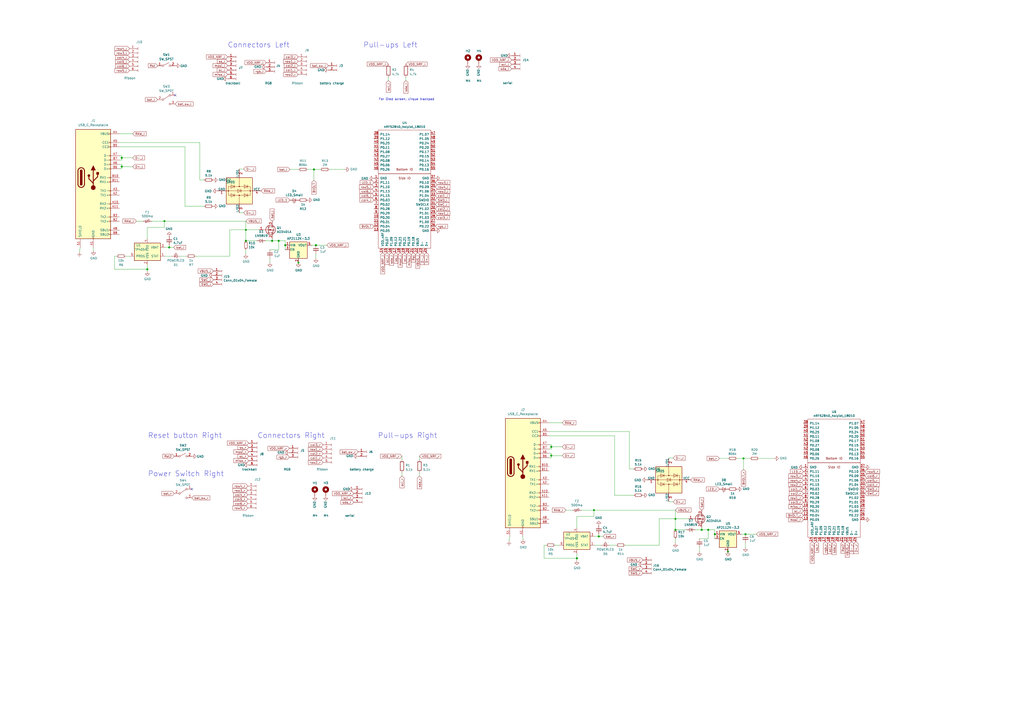
<source format=kicad_sch>
(kicad_sch (version 20211123) (generator eeschema)
  (paper "A2")
  (title_block (title "Holyiot Carrier") (date "2022-02-13") (rev "0.1") (company "BastardKB x Tokas") (comment 1 "Licensed under CERN-OHL-W v2"))
  (junction (at 432.435 309.88) (diameter 1.016))
  (junction (at 157.861 139.7) (diameter 1.016))
  (junction (at 182.118 98.298) (diameter 1.016))
  (junction (at 98.171 143.51) (diameter 1.016))
  (junction (at 391.795 300.99))
  (junction (at 173.101 152.4))
  (junction (at 183.261 142.24) (diameter 1.016))
  (junction (at 334.645 323.85) (diameter 1.016))
  (junction (at 142.621 133.35))
  (junction (at 319.786 259.207) (diameter 1.016))
  (junction (at 407.035 307.34) (diameter 1.016))
  (junction (at 95.377 128.27))
  (junction (at 347.345 311.15) (diameter 1.016))
  (junction (at 70.612 91.567) (diameter 1.016))
  (junction (at 319.786 264.287) (diameter 1.016))
  (junction (at 344.551 295.91))
  (junction (at 410.845 307.34) (diameter 1.016))
  (junction (at 165.481 142.24) (diameter 1.016))
  (junction (at 85.471 156.21) (diameter 1.016))
  (junction (at 161.671 139.7) (diameter 1.016))
  (junction (at 431.292 265.938) (diameter 1.016))
  (junction (at 422.275 320.04))
  (junction (at 391.795 307.34) (diameter 1.016))
  (junction (at 70.612 96.647) (diameter 1.016))
  (junction (at 142.621 139.7) (diameter 1.016))
  (junction (at 414.655 309.88) (diameter 1.016))
  (no_connect (at 111.252 283.718))
  (no_connect (at 101.6 55.245))
  (wire (pts (xy 337.185 295.91) (xy 344.551 295.91)))
  (wire (pts (xy 319.786 259.207) (xy 326.136 259.207)))
  (wire (pts (xy 182.118 98.298) (xy 182.118 104.648)))
  (wire (pts (xy 142.621 128.27) (xy 142.621 133.35)))
  (wire (pts (xy 79.121 128.27) (xy 82.931 128.27)))
  (wire (pts (xy 173.101 149.733) (xy 173.101 152.4)))
  (wire (pts (xy 407.035 306.07) (xy 407.035 307.34)))
  (wire (pts (xy 414.655 307.34) (xy 414.655 309.88)))
  (wire (pts (xy 156.591 149.86) (xy 156.591 152.4)))
  (wire (pts (xy 315.595 323.85) (xy 334.645 323.85)))
  (wire (pts (xy 391.795 300.99) (xy 391.795 307.34)))
  (wire (pts (xy 295.656 311.277) (xy 295.275 313.944)))
  (wire (pts (xy 133.223 133.35) (xy 142.621 133.35)))
  (wire (pts (xy 70.612 96.647) (xy 76.962 96.647)))
  (wire (pts (xy 410.845 312.42) (xy 410.845 307.34)))
  (wire (pts (xy 391.795 295.91) (xy 391.795 300.99)))
  (wire (pts (xy 382.397 300.99) (xy 391.795 300.99)))
  (wire (pts (xy 133.223 148.59) (xy 133.223 133.35)))
  (wire (pts (xy 173.101 152.4) (xy 173.101 152.654)))
  (wire (pts (xy 66.421 148.59) (xy 66.421 156.21)))
  (wire (pts (xy 431.292 265.938) (xy 431.292 272.288)))
  (wire (pts (xy 70.612 91.567) (xy 70.612 92.837)))
  (wire (pts (xy 318.516 250.317) (xy 365.125 250.317)))
  (wire (pts (xy 67.691 148.59) (xy 66.421 148.59)))
  (wire (pts (xy 161.671 139.7) (xy 165.481 139.7)))
  (wire (pts (xy 69.342 95.377) (xy 70.612 95.377)))
  (wire (pts (xy 70.612 91.567) (xy 76.962 91.567)))
  (wire (pts (xy 344.805 311.15) (xy 347.345 311.15)))
  (wire (pts (xy 70.612 90.297) (xy 70.612 91.567)))
  (wire (pts (xy 70.612 96.647) (xy 70.612 97.917)))
  (wire (pts (xy 318.516 263.017) (xy 319.786 263.017)))
  (wire (pts (xy 69.342 90.297) (xy 70.612 90.297)))
  (wire (pts (xy 315.595 316.23) (xy 315.595 323.85)))
  (wire (pts (xy 156.591 144.78) (xy 161.671 144.78)))
  (wire (pts (xy 387.985 291.084) (xy 390.525 291.084)))
  (wire (pts (xy 233.172 274.193) (xy 233.172 276.098)))
  (wire (pts (xy 319.786 260.477) (xy 318.516 260.477)))
  (wire (pts (xy 72.771 148.59) (xy 75.311 148.59)))
  (wire (pts (xy 344.551 295.91) (xy 391.795 295.91)))
  (wire (pts (xy 319.786 264.287) (xy 319.786 265.557)))
  (wire (pts (xy 161.671 144.78) (xy 161.671 139.7)))
  (wire (pts (xy 70.612 95.377) (xy 70.612 96.647)))
  (wire (pts (xy 113.411 148.59) (xy 133.223 148.59)))
  (wire (pts (xy 382.397 316.23) (xy 382.397 300.99)))
  (wire (pts (xy 104.521 148.59) (xy 108.331 148.59)))
  (wire (pts (xy 54.102 143.637) (xy 54.229 145.415)))
  (wire (pts (xy 432.435 314.96) (xy 432.435 317.5)))
  (wire (pts (xy 165.481 139.7) (xy 165.481 142.24)))
  (wire (pts (xy 157.861 139.7) (xy 161.671 139.7)))
  (wire (pts (xy 319.786 265.557) (xy 318.516 265.557)))
  (wire (pts (xy 154.051 139.7) (xy 157.861 139.7)))
  (wire (pts (xy 85.471 131.953) (xy 95.377 131.953)))
  (wire (pts (xy 107.315 119.634) (xy 107.315 85.217)))
  (wire (pts (xy 183.261 147.32) (xy 183.261 149.86)))
  (wire (pts (xy 410.845 307.34) (xy 414.655 307.34)))
  (wire (pts (xy 319.786 263.017) (xy 319.786 264.287)))
  (wire (pts (xy 356.489 287.274) (xy 367.665 287.274)))
  (wire (pts (xy 98.171 142.24) (xy 98.171 143.51)))
  (wire (pts (xy 70.612 92.837) (xy 69.342 92.837)))
  (wire (pts (xy 365.125 272.034) (xy 365.125 250.317)))
  (wire (pts (xy 334.645 321.31) (xy 334.645 323.85)))
  (wire (pts (xy 233.172 264.668) (xy 233.172 266.573)))
  (wire (pts (xy 347.345 311.15) (xy 349.885 311.15)))
  (wire (pts (xy 98.171 143.51) (xy 100.711 143.51)))
  (wire (pts (xy 182.118 98.298) (xy 185.928 98.298)))
  (wire (pts (xy 429.895 309.88) (xy 432.435 309.88)))
  (wire (pts (xy 344.805 316.23) (xy 348.615 316.23)))
  (wire (pts (xy 69.342 82.677) (xy 115.951 82.677)))
  (wire (pts (xy 243.332 274.193) (xy 243.332 276.098)))
  (wire (pts (xy 356.489 287.274) (xy 356.489 252.857)))
  (wire (pts (xy 225.298 44.831) (xy 225.298 46.736)))
  (wire (pts (xy 422.275 317.373) (xy 422.275 320.04)))
  (wire (pts (xy 432.435 309.88) (xy 438.785 309.88)))
  (wire (pts (xy 318.516 252.857) (xy 356.489 252.857)))
  (wire (pts (xy 178.308 98.298) (xy 182.118 98.298)))
  (wire (pts (xy 353.695 316.23) (xy 357.505 316.23)))
  (wire (pts (xy 66.421 156.21) (xy 85.471 156.21)))
  (wire (pts (xy 157.861 138.43) (xy 157.861 139.7)))
  (wire (pts (xy 319.786 257.937) (xy 319.786 259.207)))
  (wire (pts (xy 321.945 316.23) (xy 324.485 316.23)))
  (wire (pts (xy 142.621 133.35) (xy 142.621 139.7)))
  (wire (pts (xy 142.621 144.78) (xy 142.621 147.32)))
  (wire (pts (xy 365.125 272.034) (xy 367.665 272.034)))
  (wire (pts (xy 76.962 77.597) (xy 69.342 77.597)))
  (wire (pts (xy 334.645 299.593) (xy 344.551 299.593)))
  (wire (pts (xy 407.035 307.34) (xy 410.845 307.34)))
  (wire (pts (xy 387.985 265.684) (xy 390.525 265.684)))
  (wire (pts (xy 95.631 143.51) (xy 98.171 143.51)))
  (wire (pts (xy 328.295 295.91) (xy 332.105 295.91)))
  (wire (pts (xy 440.182 265.938) (xy 449.072 265.938)))
  (wire (pts (xy 427.482 265.938) (xy 431.292 265.938)))
  (wire (pts (xy 88.011 128.27) (xy 95.377 128.27)))
  (wire (pts (xy 69.342 85.217) (xy 107.315 85.217)))
  (wire (pts (xy 85.471 153.67) (xy 85.471 156.21)))
  (wire (pts (xy 318.516 257.937) (xy 319.786 257.937)))
  (wire (pts (xy 316.865 316.23) (xy 315.595 316.23)))
  (wire (pts (xy 334.645 306.07) (xy 334.645 299.593)))
  (wire (pts (xy 115.951 104.394) (xy 115.951 82.677)))
  (wire (pts (xy 183.261 142.24) (xy 189.611 142.24)))
  (wire (pts (xy 403.225 307.34) (xy 407.035 307.34)))
  (wire (pts (xy 85.471 138.43) (xy 85.471 131.953)))
  (wire (pts (xy 180.721 142.24) (xy 183.261 142.24)))
  (wire (pts (xy 85.471 156.21) (xy 85.471 157.48)))
  (wire (pts (xy 142.621 139.7) (xy 148.971 139.7)))
  (wire (pts (xy 243.332 264.668) (xy 243.332 266.573)))
  (wire (pts (xy 391.795 312.42) (xy 391.795 314.96)))
  (wire (pts (xy 235.458 44.831) (xy 235.458 46.736)))
  (wire (pts (xy 70.612 97.917) (xy 69.342 97.917)))
  (wire (pts (xy 334.645 323.85) (xy 334.645 325.12)))
  (wire (pts (xy 95.631 148.59) (xy 99.441 148.59)))
  (wire (pts (xy 417.322 265.938) (xy 422.402 265.938)))
  (wire (pts (xy 303.276 311.277) (xy 303.403 313.055)))
  (wire (pts (xy 138.811 98.044) (xy 141.351 98.044)))
  (wire (pts (xy 191.008 98.298) (xy 199.898 98.298)))
  (wire (pts (xy 391.795 300.99) (xy 399.415 300.99)))
  (wire (pts (xy 168.148 98.298) (xy 173.228 98.298)))
  (wire (pts (xy 107.315 119.634) (xy 118.491 119.634)))
  (wire (pts (xy 362.585 316.23) (xy 382.397 316.23)))
  (wire (pts (xy 95.377 128.27) (xy 142.621 128.27)))
  (wire (pts (xy 391.795 307.34) (xy 398.145 307.34)))
  (wire (pts (xy 115.951 104.394) (xy 118.491 104.394)))
  (wire (pts (xy 431.292 265.938) (xy 435.102 265.938)))
  (wire (pts (xy 138.811 123.444) (xy 141.351 123.444)))
  (wire (pts (xy 326.136 245.237) (xy 318.516 245.237)))
  (wire (pts (xy 414.655 309.88) (xy 414.655 312.42)))
  (wire (pts (xy 405.765 312.42) (xy 410.845 312.42)))
  (wire (pts (xy 347.345 309.88) (xy 347.345 311.15)))
  (wire (pts (xy 405.765 317.5) (xy 405.765 320.04)))
  (wire (pts (xy 165.481 142.24) (xy 165.481 144.78)))
  (wire (pts (xy 95.377 131.953) (xy 95.377 128.27)))
  (wire (pts (xy 344.551 299.593) (xy 344.551 295.91)))
  (wire (pts (xy 319.786 264.287) (xy 326.136 264.287)))
  (wire (pts (xy 319.786 259.207) (xy 319.786 260.477)))
  (wire (pts (xy 46.482 143.637) (xy 46.101 146.304)))
  (wire (pts (xy 142.621 133.35) (xy 150.241 133.35)))
  (wire (pts (xy 422.275 320.04) (xy 422.275 320.294)))
  (text "Power Switch Right" (at 85.852 276.733 0) (effects (font (size 3 3)) (justify left bottom)))
  (text "For Oled screen, cirque trackpad" (at 219.71 58.42 0) (effects (font (size 1.27 1.27)) (justify left bottom)))
  (text "Connectors Left" (at 132.08 27.94 0) (effects (font (size 3 3)) (justify left bottom)))
  (text "Pull-ups Right" (at 219.202 254.508 0) (effects (font (size 3 3)) (justify left bottom)))
  (text "Reset button Right" (at 85.852 254.508 0) (effects (font (size 3 3)) (justify left bottom)))
  (text "Pull-ups Left" (at 210.82 27.94 0) (effects (font (size 3 3)) (justify left bottom)))
  (text "Connectors Right" (at 149.352 254.508 0) (effects (font (size 3 3)) (justify left bottom)))
  (global_label "sc_l" (shape input) (at 132.08 40.64 180) (property "Intersheet References" "${INTERSHEET_REFS}" (effects hide)))
  (global_label "sda_r" (shape input) (at 483.87 314.198 270) (property "Intersheet References" "${INTERSHEET_REFS}" (effects hide)))
  (global_label "miso_r" (shape input) (at 144.272 267.208 180) (property "Intersheet References" "${INTERSHEET_REFS}" (effects hide)))
  (global_label "col5_l" (shape input) (at 216.916 113.538 180) (property "Intersheet References" "${INTERSHEET_REFS}" (effects hide)))
  (global_label "VBUS_l" (shape input) (at 142.621 128.27 0) (property "Intersheet References" "${INTERSHEET_REFS}" (effects hide)))
  (global_label "VBUS_r" (shape input) (at 372.999 324.866 180) (property "Intersheet References" "${INTERSHEET_REFS}" (effects hide)))
  (global_label "D+_l" (shape input) (at 76.962 96.647 0) (property "Intersheet References" "${INTERSHEET_REFS}" (effects hide)))
  (global_label "ss_l" (shape input) (at 229.616 146.558 270) (property "Intersheet References" "${INTERSHEET_REFS}" (effects hide)))
  (global_label "bat_r" (shape input) (at 407.035 295.91 90) (property "Intersheet References" "${INTERSHEET_REFS}" (effects hide)))
  (global_label "VDD_NRF_l" (shape input) (at 296.799 34.798 180) (property "Intersheet References" "${INTERSHEET_REFS}" (effects hide)))
  (global_label "D+_l" (shape input) (at 141.351 123.444 0) (property "Intersheet References" "${INTERSHEET_REFS}" (effects hide)))
  (global_label "D-_r" (shape input) (at 494.03 314.198 270) (property "Intersheet References" "${INTERSHEET_REFS}" (effects hide)))
  (global_label "D+_r" (shape input) (at 326.136 264.287 0) (property "Intersheet References" "${INTERSHEET_REFS}" (effects hide)))
  (global_label "row1_r" (shape input) (at 187.452 260.604 180) (property "Intersheet References" "${INTERSHEET_REFS}" (effects hide)))
  (global_label "scl_r" (shape input) (at 205.232 288.798 180) (property "Intersheet References" "${INTERSHEET_REFS}" (effects hide)))
  (global_label "col6_l" (shape input) (at 75.184 38.354 180) (property "Intersheet References" "${INTERSHEET_REFS}" (effects hide)))
  (global_label "bat_sw_r" (shape input) (at 111.252 288.798 0) (property "Intersheet References" "${INTERSHEET_REFS}" (effects hide)))
  (global_label "rgb_r" (shape input) (at 478.79 314.198 270) (property "Intersheet References" "${INTERSHEET_REFS}" (effects hide)))
  (global_label "VBUS_r" (shape input) (at 491.49 314.198 270) (property "Intersheet References" "${INTERSHEET_REFS}" (effects hide)))
  (global_label "row5_r" (shape input) (at 501.65 273.558 0) (property "Intersheet References" "${INTERSHEET_REFS}" (effects hide)))
  (global_label "BVOLT_r" (shape input) (at 431.292 272.288 270) (property "Intersheet References" "${INTERSHEET_REFS}" (effects hide)))
  (global_label "col1_r" (shape input) (at 187.452 265.684 180) (property "Intersheet References" "${INTERSHEET_REFS}" (effects hide)))
  (global_label "VDD_NRF_l" (shape input) (at 221.996 146.558 270) (property "Intersheet References" "${INTERSHEET_REFS}" (effects hide)))
  (global_label "ss_r" (shape input) (at 473.71 314.198 270) (property "Intersheet References" "${INTERSHEET_REFS}" (effects hide)))
  (global_label "VDD_NRF_r" (shape input) (at 233.172 264.668 180) (property "Intersheet References" "${INTERSHEET_REFS}" (effects hide)))
  (global_label "VDD_NRF_l" (shape input) (at 154.432 36.322 180) (property "Intersheet References" "${INTERSHEET_REFS}" (effects hide)))
  (global_label "col2_r" (shape input) (at 466.09 286.258 180) (property "Intersheet References" "${INTERSHEET_REFS}" (effects hide)))
  (global_label "col1_l" (shape input) (at 172.974 40.64 180) (property "Intersheet References" "${INTERSHEET_REFS}" (effects hide)))
  (global_label "RAW_l" (shape input) (at 76.962 77.597 0) (property "Intersheet References" "${INTERSHEET_REFS}" (effects hide)))
  (global_label "BVOLT" (shape input) (at 216.916 131.318 180) (property "Intersheet References" "${INTERSHEET_REFS}" (effects hide)))
  (global_label "Rst" (shape input) (at 239.776 146.558 270) (property "Intersheet References" "${INTERSHEET_REFS}" (effects hide)))
  (global_label "bat_l" (shape input) (at 100.711 143.51 0) (property "Intersheet References" "${INTERSHEET_REFS}" (effects hide)))
  (global_label "sda_l" (shape input) (at 227.076 146.558 270) (property "Intersheet References" "${INTERSHEET_REFS}" (effects hide)))
  (global_label "LED_r" (shape input) (at 417.322 283.718 180) (property "Intersheet References" "${INTERSHEET_REFS}" (effects hide)))
  (global_label "row4_r" (shape input) (at 466.09 278.638 180) (property "Intersheet References" "${INTERSHEET_REFS}" (effects hide)))
  (global_label "miso_l" (shape input) (at 237.236 146.558 270) (property "Intersheet References" "${INTERSHEET_REFS}" (effects hide)))
  (global_label "VBUS_r" (shape input) (at 391.795 295.91 0) (property "Intersheet References" "${INTERSHEET_REFS}" (effects hide)))
  (global_label "VBUS_l" (shape input) (at 123.825 157.226 180) (property "Intersheet References" "${INTERSHEET_REFS}" (effects hide)))
  (global_label "row3_r" (shape input) (at 143.764 284.48 180) (property "Intersheet References" "${INTERSHEET_REFS}" (effects hide)))
  (global_label "RAW_l" (shape input) (at 79.121 128.27 180) (property "Intersheet References" "${INTERSHEET_REFS}" (effects hide)))
  (global_label "rgb_l" (shape input) (at 252.476 131.318 0) (property "Intersheet References" "${INTERSHEET_REFS}" (effects hide)))
  (global_label "bat_r" (shape input) (at 417.322 265.938 180) (property "Intersheet References" "${INTERSHEET_REFS}" (effects hide)))
  (global_label "VDD_NRF_l" (shape input) (at 132.08 33.02 180) (property "Intersheet References" "${INTERSHEET_REFS}" (effects hide)))
  (global_label "D-_l" (shape input) (at 244.856 146.558 270) (property "Intersheet References" "${INTERSHEET_REFS}" (effects hide)))
  (global_label "ss_r" (shape input) (at 144.272 259.588 180) (property "Intersheet References" "${INTERSHEET_REFS}" (effects hide)))
  (global_label "row4_l" (shape input) (at 252.476 108.458 0) (property "Intersheet References" "${INTERSHEET_REFS}" (effects hide)))
  (global_label "VDD_NRF_l" (shape input) (at 189.611 142.24 0) (property "Intersheet References" "${INTERSHEET_REFS}" (effects hide)))
  (global_label "row5_l" (shape input) (at 75.184 40.894 180) (property "Intersheet References" "${INTERSHEET_REFS}" (effects hide)))
  (global_label "col6_l" (shape input) (at 216.916 110.998 180) (property "Intersheet References" "${INTERSHEET_REFS}" (effects hide)))
  (global_label "D-_l" (shape input) (at 76.962 91.567 0) (property "Intersheet References" "${INTERSHEET_REFS}" (effects hide)))
  (global_label "BVOLT_r" (shape input) (at 466.09 298.958 180) (property "Intersheet References" "${INTERSHEET_REFS}" (effects hide)))
  (global_label "SWC_r" (shape input) (at 372.999 329.946 180) (property "Intersheet References" "${INTERSHEET_REFS}" (effects hide)))
  (global_label "col5_l" (shape input) (at 75.184 35.814 180) (property "Intersheet References" "${INTERSHEET_REFS}" (effects hide)))
  (global_label "col4_r" (shape input) (at 501.65 281.178 0) (property "Intersheet References" "${INTERSHEET_REFS}" (effects hide)))
  (global_label "row4_r" (shape input) (at 143.764 281.94 180) (property "Intersheet References" "${INTERSHEET_REFS}" (effects hide)))
  (global_label "SWD_r" (shape input) (at 372.999 332.486 180) (property "Intersheet References" "${INTERSHEET_REFS}" (effects hide)))
  (global_label "VDD_NRF_r" (shape input) (at 438.785 309.88 0) (property "Intersheet References" "${INTERSHEET_REFS}" (effects hide)))
  (global_label "Rst2" (shape input) (at 488.95 314.198 270) (property "Intersheet References" "${INTERSHEET_REFS}" (effects hide)))
  (global_label "bat_r" (shape input) (at 349.885 311.15 0) (property "Intersheet References" "${INTERSHEET_REFS}" (effects hide)))
  (global_label "rgb_l" (shape input) (at 154.432 41.402 180) (property "Intersheet References" "${INTERSHEET_REFS}" (effects hide)))
  (global_label "Rst" (shape input) (at 91.44 38.1 180) (property "Intersheet References" "${INTERSHEET_REFS}" (effects hide)))
  (global_label "row1_r" (shape input) (at 466.09 288.798 180) (property "Intersheet References" "${INTERSHEET_REFS}" (effects hide)))
  (global_label "SWC_l" (shape input) (at 123.825 162.306 180) (property "Intersheet References" "${INTERSHEET_REFS}" (effects hide)))
  (global_label "RAW_r" (shape input) (at 326.136 245.237 0) (property "Intersheet References" "${INTERSHEET_REFS}" (effects hide)))
  (global_label "SWC_r" (shape input) (at 501.65 286.258 0) (property "Intersheet References" "${INTERSHEET_REFS}" (effects hide)))
  (global_label "mosi_r" (shape input) (at 144.272 262.128 180) (property "Intersheet References" "${INTERSHEET_REFS}" (effects hide)))
  (global_label "row5_l" (shape input) (at 216.916 108.458 180) (property "Intersheet References" "${INTERSHEET_REFS}" (effects hide)))
  (global_label "bat_r" (shape input) (at 101.092 286.258 180) (property "Intersheet References" "${INTERSHEET_REFS}" (effects hide)))
  (global_label "row3_l" (shape input) (at 252.476 105.918 0) (property "Intersheet References" "${INTERSHEET_REFS}" (effects hide)))
  (global_label "D-_r" (shape input) (at 326.136 259.207 0) (property "Intersheet References" "${INTERSHEET_REFS}" (effects hide)))
  (global_label "bat_sw_l" (shape input) (at 190.5 38.1 180) (property "Intersheet References" "${INTERSHEET_REFS}" (effects hide)))
  (global_label "SWD_r" (shape input) (at 501.65 283.718 0) (property "Intersheet References" "${INTERSHEET_REFS}" (effects hide)))
  (global_label "sda_r" (shape input) (at 243.332 276.098 270) (property "Intersheet References" "${INTERSHEET_REFS}" (effects hide)))
  (global_label "row1_l" (shape input) (at 172.974 35.56 180) (property "Intersheet References" "${INTERSHEET_REFS}" (effects hide)))
  (global_label "scl_l" (shape input) (at 224.536 146.558 270) (property "Intersheet References" "${INTERSHEET_REFS}" (effects hide)))
  (global_label "scl_l" (shape input) (at 225.298 46.736 270) (property "Intersheet References" "${INTERSHEET_REFS}" (effects hide)))
  (global_label "VDD_NRF_r" (shape input) (at 167.894 260.096 180) (property "Intersheet References" "${INTERSHEET_REFS}" (effects hide)))
  (global_label "row3_r" (shape input) (at 466.09 276.098 180) (property "Intersheet References" "${INTERSHEET_REFS}" (effects hide)))
  (global_label "col2_l" (shape input) (at 252.476 121.158 0) (property "Intersheet References" "${INTERSHEET_REFS}" (effects hide)))
  (global_label "BVOLT" (shape input) (at 182.118 104.648 270) (property "Intersheet References" "${INTERSHEET_REFS}" (effects hide)))
  (global_label "VDD_NRF_r" (shape input) (at 144.272 257.048 180) (property "Intersheet References" "${INTERSHEET_REFS}" (effects hide)))
  (global_label "col5_r" (shape input) (at 501.65 278.638 0) (property "Intersheet References" "${INTERSHEET_REFS}" (effects hide)))
  (global_label "col3_r" (shape input) (at 187.452 258.064 180) (property "Intersheet References" "${INTERSHEET_REFS}" (effects hide)))
  (global_label "D-_r" (shape input) (at 390.525 265.684 0) (property "Intersheet References" "${INTERSHEET_REFS}" (effects hide)))
  (global_label "LED_r" (shape input) (at 466.09 273.558 180) (property "Intersheet References" "${INTERSHEET_REFS}" (effects hide)))
  (global_label "bat_sw_l" (shape input) (at 101.6 60.325 0) (property "Intersheet References" "${INTERSHEET_REFS}" (effects hide)))
  (global_label "sda_r" (shape input) (at 205.232 291.338 180) (property "Intersheet References" "${INTERSHEET_REFS}" (effects hide)))
  (global_label "scl_r" (shape input) (at 481.33 314.198 270) (property "Intersheet References" "${INTERSHEET_REFS}" (effects hide)))
  (global_label "SWD_l" (shape input) (at 123.825 164.846 180) (property "Intersheet References" "${INTERSHEET_REFS}" (effects hide)))
  (global_label "VDD_NRF_r" (shape input) (at 471.17 314.198 270) (property "Intersheet References" "${INTERSHEET_REFS}" (effects hide)))
  (global_label "miso_r" (shape input) (at 466.09 293.878 180) (property "Intersheet References" "${INTERSHEET_REFS}" (effects hide)))
  (global_label "row2_l" (shape input) (at 172.974 43.18 180) (property "Intersheet References" "${INTERSHEET_REFS}" (effects hide)))
  (global_label "col1_l" (shape input) (at 252.476 113.538 0) (property "Intersheet References" "${INTERSHEET_REFS}" (effects hide)))
  (global_label "RAW_r" (shape input) (at 400.685 278.384 0) (property "Intersheet References" "${INTERSHEET_REFS}" (effects hide)))
  (global_label "col3_l" (shape input) (at 252.476 126.238 0) (property "Intersheet References" "${INTERSHEET_REFS}" (effects hide)))
  (global_label "sc_r" (shape input) (at 144.272 264.668 180) (property "Intersheet References" "${INTERSHEET_REFS}" (effects hide)))
  (global_label "sda_l" (shape input) (at 296.799 39.878 180) (property "Intersheet References" "${INTERSHEET_REFS}" (effects hide)))
  (global_label "VBUS_l" (shape input) (at 242.316 146.558 270) (property "Intersheet References" "${INTERSHEET_REFS}" (effects hide)))
  (global_label "col1_r" (shape input) (at 466.09 283.718 180) (property "Intersheet References" "${INTERSHEET_REFS}" (effects hide)))
  (global_label "row2_l" (shape input) (at 252.476 110.998 0) (property "Intersheet References" "${INTERSHEET_REFS}" (effects hide)))
  (global_label "row1_l" (shape input) (at 252.476 123.698 0) (property "Intersheet References" "${INTERSHEET_REFS}" (effects hide)))
  (global_label "row3_l" (shape input) (at 75.184 30.734 180) (property "Intersheet References" "${INTERSHEET_REFS}" (effects hide)))
  (global_label "ss_l" (shape input) (at 132.08 35.56 180) (property "Intersheet References" "${INTERSHEET_REFS}" (effects hide)))
  (global_label "VDD_NRF_r" (shape input) (at 205.232 286.258 180) (property "Intersheet References" "${INTERSHEET_REFS}" (effects hide)))
  (global_label "VDD_NRF_l" (shape input) (at 235.458 37.211 0) (property "Intersheet References" "${INTERSHEET_REFS}" (effects hide)))
  (global_label "LED_1" (shape input) (at 216.916 105.918 180) (property "Intersheet References" "${INTERSHEET_REFS}" (effects hide)))
  (global_label "col6_r" (shape input) (at 501.65 276.098 0) (property "Intersheet References" "${INTERSHEET_REFS}" (effects hide)))
  (global_label "col3_l" (shape input) (at 172.974 33.02 180) (property "Intersheet References" "${INTERSHEET_REFS}" (effects hide)))
  (global_label "scl_l" (shape input) (at 296.799 37.338 180) (property "Intersheet References" "${INTERSHEET_REFS}" (effects hide)))
  (global_label "row5_r" (shape input) (at 143.764 294.64 180) (property "Intersheet References" "${INTERSHEET_REFS}" (effects hide)))
  (global_label "Rst2" (shape input) (at 101.092 264.668 180) (property "Intersheet References" "${INTERSHEET_REFS}" (effects hide)))
  (global_label "VDD_NRF_l" (shape input) (at 225.298 37.211 180) (property "Intersheet References" "${INTERSHEET_REFS}" (effects hide)))
  (global_label "LED_1" (shape input) (at 168.148 116.078 180) (property "Intersheet References" "${INTERSHEET_REFS}" (effects hide)))
  (global_label "mosi_l" (shape input) (at 232.156 146.558 270) (property "Intersheet References" "${INTERSHEET_REFS}" (effects hide)))
  (global_label "sc_l" (shape input) (at 234.696 146.558 270) (property "Intersheet References" "${INTERSHEET_REFS}" (effects hide)))
  (global_label "row2_r" (shape input) (at 187.452 268.224 180) (property "Intersheet References" "${INTERSHEET_REFS}" (effects hide)))
  (global_label "row4_l" (shape input) (at 75.184 28.194 180) (property "Intersheet References" "${INTERSHEET_REFS}" (effects hide)))
  (global_label "col6_r" (shape input) (at 143.764 292.1 180) (property "Intersheet References" "${INTERSHEET_REFS}" (effects hide)))
  (global_label "mosi_r" (shape input) (at 466.09 301.498 180) (property "Intersheet References" "${INTERSHEET_REFS}" (effects hide)))
  (global_label "D+_r" (shape input) (at 496.57 314.198 270) (property "Intersheet References" "${INTERSHEET_REFS}" (effects hide)))
  (global_label "col4_l" (shape input) (at 216.916 116.078 180) (property "Intersheet References" "${INTERSHEET_REFS}" (effects hide)))
  (global_label "SWC_l" (shape input) (at 252.476 118.618 0) (property "Intersheet References" "${INTERSHEET_REFS}" (effects hide)))
  (global_label "sc_r" (shape input) (at 466.09 296.418 180) (property "Intersheet References" "${INTERSHEET_REFS}" (effects hide)))
  (global_label "SWD_l" (shape input) (at 252.476 116.078 0) (property "Intersheet References" "${INTERSHEET_REFS}" (effects hide)))
  (global_label "col2_r" (shape input) (at 187.452 263.144 180) (property "Intersheet References" "${INTERSHEET_REFS}" (effects hide)))
  (global_label "RAW_r" (shape input) (at 328.295 295.91 180) (property "Intersheet References" "${INTERSHEET_REFS}" (effects hide)))
  (global_label "bat_l" (shape input) (at 157.861 128.27 90) (property "Intersheet References" "${INTERSHEET_REFS}" (effects hide)))
  (global_label "RAW_l" (shape input) (at 151.511 110.744 0) (property "Intersheet References" "${INTERSHEET_REFS}" (effects hide)))
  (global_label "bat_sw_r" (shape input) (at 207.772 262.128 180) (property "Intersheet References" "${INTERSHEET_REFS}" (effects hide)))
  (global_label "col3_r" (shape input) (at 466.09 291.338 180) (property "Intersheet References" "${INTERSHEET_REFS}" (effects hide)))
  (global_label "sda_l" (shape input) (at 235.458 46.736 270) (property "Intersheet References" "${INTERSHEET_REFS}" (effects hide)))
  (global_label "D-_l" (shape input) (at 141.351 98.044 0) (property "Intersheet References" "${INTERSHEET_REFS}" (effects hide)))
  (global_label "bat_l" (shape input) (at 91.44 57.785 180) (property "Intersheet References" "${INTERSHEET_REFS}" (effects hide)))
  (global_label "scl_r" (shape input) (at 233.172 276.098 270) (property "Intersheet References" "${INTERSHEET_REFS}" (effects hide)))
  (global_label "miso_l" (shape input) (at 132.08 43.18 180) (property "Intersheet References" "${INTERSHEET_REFS}" (effects hide)))
  (global_label "col4_r" (shape input) (at 143.764 287.02 180) (property "Intersheet References" "${INTERSHEET_REFS}" (effects hide)))
  (global_label "col5_r" (shape input) (at 143.764 289.56 180) (property "Intersheet References" "${INTERSHEET_REFS}" (effects hide)))
  (global_label "col4_l" (shape input) (at 75.184 33.274 180) (property "Intersheet References" "${INTERSHEET_REFS}" (effects hide)))
  (global_label "D+_l" (shape input) (at 247.396 146.558 270) (property "Intersheet References" "${INTERSHEET_REFS}" (effects hide)))
  (global_label "bat_l" (shape input) (at 168.148 98.298 180) (property "Intersheet References" "${INTERSHEET_REFS}" (effects hide)))
  (global_label "rgb_r" (shape input) (at 167.894 265.176 180) (property "Intersheet References" "${INTERSHEET_REFS}" (effects hide)))
  (global_label "VDD_NRF_r" (shape input) (at 243.332 264.668 0) (property "Intersheet References" "${INTERSHEET_REFS}" (effects hide)))
  (global_label "row2_r" (shape input) (at 466.09 281.178 180) (property "Intersheet References" "${INTERSHEET_REFS}" (effects hide)))
  (global_label "mosi_l" (shape input) (at 132.08 38.1 180) (property "Intersheet References" "${INTERSHEET_REFS}" (effects hide)))
  (global_label "D+_r" (shape input) (at 390.525 291.084 0) (property "Intersheet References" "${INTERSHEET_REFS}" (effects hide)))
  (global_label "col2_l" (shape input) (at 172.974 38.1 180) (property "Intersheet References" "${INTERSHEET_REFS}" (effects hide)))
  (symbol (lib_id "Device:R") (at 233.172 270.383 0) (unit 1)
    (property "Reference" "R1" (at 235.204 269.875 0) (effects (justify left)))
    (property "Value" "5.1k" (at 235.204 272.415 0) (effects (justify left)))
    (property "Footprint" "Library:R_1206_handsolder" (effects hide))
    (property "JLCPCB BOM" "1" (effects hide))
    (property "JLCPCB Part" "C26033" (effects hide))
  )
  (symbol (lib_id "gc-rev2-wireless-rescue:nRF52840_holyiot_18010-kicad-keyboard-parts-ahokore-rescue") (at 234.696 109.728 0) (unit 1)
    (property "Reference" "U4" (at 234.696 71.247 0))
    (property "Value" "nRF52840_holyiot_18010" (at 234.696 73.5584 0))
    (property "Footprint" "Grandiceps:nRF52840_holyiot_18010" (effects hide))
    (property "Datasheet" "http://www.holyiot.com/tp/2019042516322180424.pdf" (effects hide))
  )
  (symbol (lib_id "power:GND") (at 123.825 159.766 270) (unit 1)
    (property "Reference" "#PWR0153" (effects hide))
    (property "Value" "GND" (at 120.5738 159.893 90) (effects (justify right)))
  )
  (symbol (lib_id "Transistor_FET:AO3401A") (at 404.495 300.99 0) (unit 1)
    (property "Reference" "Q2" (at 409.702 299.8216 0) (effects (justify left)))
    (property "Value" "AO3401A" (at 409.702 302.133 0) (effects (justify left)))
    (property "Footprint" "Package_TO_SOT_SMD:SOT-23" (effects hide))
    (property "Datasheet" "http://www.aosmd.com/pdfs/datasheet/AO3401A.pdf" (effects hide))
  )
  (symbol (lib_id "power:GND") (at 252.476 133.858 90) (unit 1)
    (property "Reference" "#PWR0146" (effects hide))
    (property "Value" "GND" (effects hide))
  )
  (symbol (lib_id "Switch:SW_SPST") (at 96.52 38.1 0) (unit 1)
    (property "Reference" "SW1" (at 96.52 31.75 0))
    (property "Value" "SW_SPST" (at 96.52 34.29 0))
    (property "Footprint" "Library:PushSwitch" (effects hide))
  )
  (symbol (lib_id "power:GND") (at 101.6 38.1 90) (unit 1)
    (property "Reference" "#PWR0120" (effects hide))
    (property "Value" "GND" (at 108.5849 38.256 90) (effects (justify left)))
  )
  (symbol (lib_id "Device:R_Small") (at 110.871 148.59 270) (unit 1)
    (property "Reference" "R7" (at 110.871 153.67 90))
    (property "Value" "1k" (at 110.871 151.13 90))
    (property "Footprint" "Resistor_SMD:R_0805_2012Metric" (effects hide))
  )
  (symbol (lib_id "Mechanical:MountingHole_Pad") (at 271.399 34.671 0) (unit 1)
    (property "Reference" "H2" (at 270.129 29.591 0) (effects (justify left)))
    (property "Value" "M4" (at 270.129 46.863 0) (effects (justify left)))
    (property "Footprint" "Library:MountingHole_4mm_Pad_thin" (effects hide))
  )
  (symbol (lib_id "power:GND") (at 501.65 271.018 90) (unit 1)
    (property "Reference" "#PWR016" (effects hide))
    (property "Value" "GND" (effects hide))
  )
  (symbol (lib_id "Connector:Conn_01x06_Female") (at 149.352 262.128 0) (unit 1)
    (property "Reference" "J8" (at 150.622 263.398 0) (effects (justify left)))
    (property "Value" "trackball" (at 140.462 272.288 0) (effects (justify left)))
    (property "Footprint" "Library:6_PinHeader" (effects hide))
  )
  (symbol (lib_id "Device:R_Small") (at 370.205 287.274 270) (unit 1)
    (property "Reference" "R16" (at 370.205 282.2956 90))
    (property "Value" "5.1k" (at 370.205 284.607 90))
    (property "Footprint" "Resistor_SMD:R_0805_2012Metric" (effects hide))
  )
  (symbol (lib_id "Device:R_Small") (at 370.205 272.034 270) (unit 1)
    (property "Reference" "R15" (at 370.205 267.0556 90))
    (property "Value" "5.1k" (at 370.205 269.367 90))
    (property "Footprint" "Resistor_SMD:R_0805_2012Metric" (effects hide))
  )
  (symbol (lib_id "power:GND") (at 111.252 264.668 90) (unit 1)
    (property "Reference" "#PWR0109" (effects hide))
    (property "Value" "GND" (at 118.2369 264.824 90) (effects (justify left)))
  )
  (symbol (lib_id "Connector:Conn_01x04_Female") (at 378.079 327.406 0) (unit 1)
    (property "Reference" "J16" (at 378.7902 328.0156 0) (effects (justify left)))
    (property "Value" "Conn_01x04_Female" (at 378.7902 330.327 0) (effects (justify left)))
    (property "Footprint" "Library:PRO-HDR" (effects hide))
  )
  (symbol (lib_id "Battery_Management:MCP73831-3-OT") (at 334.645 313.69 0) (unit 1)
    (property "Reference" "U2" (at 329.565 309.88 0))
    (property "Value" "TP4054" (at 330.835 312.42 0))
    (property "Footprint" "Package_TO_SOT_SMD:SOT-23-5" (effects hide))
    (property "Datasheet" "http://ww1.microchip.com/downloads/en/DeviceDoc/20001984g.pdf" (effects hide))
  )
  (symbol (lib_id "power:GND") (at 372.745 287.274 90) (unit 1)
    (property "Reference" "#PWR06" (effects hide))
    (property "Value" "GND" (at 375.9962 287.147 90) (effects (justify right)))
  )
  (symbol (lib_id "Device:LED_Small") (at 101.981 148.59 0) (unit 1)
    (property "Reference" "D1" (at 101.981 153.67 0))
    (property "Value" "POWERLED" (at 101.981 151.13 0))
    (property "Footprint" "Diode_SMD:D_0805_2012Metric" (effects hide))
  )
  (symbol (lib_id "power:GND") (at 205.232 283.718 270) (unit 1)
    (property "Reference" "#PWR0121" (effects hide))
    (property "Value" "GND" (at 198.882 283.718 90) (effects (justify left)))
  )
  (symbol (lib_id "Device:C_Small") (at 432.435 312.42 0) (unit 1)
    (property "Reference" "C6" (at 434.7718 311.2516 0) (effects (justify left)))
    (property "Value" "1uF" (at 434.7718 313.563 0) (effects (justify left)))
    (property "Footprint" "Capacitor_SMD:C_0805_2012Metric" (effects hide))
  )
  (symbol (lib_id "Device:R_Small") (at 70.231 148.59 90) (unit 1)
    (property "Reference" "R6" (at 70.231 153.67 90))
    (property "Value" "10k" (at 70.231 151.13 90))
    (property "Footprint" "Resistor_SMD:R_0805_2012Metric" (effects hide))
  )
  (symbol (lib_id "Connector:Conn_01x02_Female") (at 212.852 262.128 0) (unit 1)
    (property "Reference" "J6" (at 213.868 262.1279 0) (effects (justify left)))
    (property "Value" "battery charge" (at 202.692 272.288 0) (effects (justify left)))
    (property "Footprint" "Library:PinHeader_1x02_P2.54mm_Vertical" (effects hide))
  )
  (symbol (lib_id "Connector:Conn_01x05_Female") (at 192.532 263.144 0) (unit 1)
    (property "Reference" "J11" (at 191.262 254.254 0) (effects (justify left)))
    (property "Value" "Ribbon" (at 183.642 272.288 0) (effects (justify left)))
    (property "Footprint" "Library:5_PinHeader" (effects hide))
  )
  (symbol (lib_id "Power_Protection:PRTR5V0U2X") (at 387.985 278.384 270) (unit 1)
    (property "Reference" "D6" (at 380.365 272.034 90) (effects (justify left)))
    (property "Value" "SR05" (at 380.365 273.304 90) (effects (justify left)))
    (property "Footprint" "Package_TO_SOT_SMD:SOT-143" (effects hide))
    (property "Datasheet" "https://assets.nexperia.com/documents/data-sheet/PRTR5V0U2X.pdf" (effects hide))
  )
  (symbol (lib_id "power:GND") (at 334.645 325.12 0) (unit 1)
    (property "Reference" "#PWR03" (effects hide))
    (property "Value" "GND" (at 334.772 329.5142 0))
  )
  (symbol (lib_id "Device:LED_Small") (at 170.688 116.078 180) (unit 1)
    (property "Reference" "D4" (at 170.688 110.8202 0))
    (property "Value" "LED_Small" (at 170.688 113.1316 0))
    (property "Footprint" "Diode_SMD:D_0805_2012Metric" (effects hide))
  )
  (symbol (lib_id "power:GND") (at 271.399 37.211 0) (unit 1)
    (property "Reference" "#PWR0129" (effects hide))
    (property "Value" "GND" (at 271.243 44.1959 90) (effects (justify left)))
  )
  (symbol (lib_id "Device:R_Small") (at 121.031 119.634 270) (unit 1)
    (property "Reference" "R9" (at 121.031 114.6556 90))
    (property "Value" "5.1k" (at 121.031 116.967 90))
    (property "Footprint" "Resistor_SMD:R_0805_2012Metric" (effects hide))
  )
  (symbol (lib_id "Connector:Conn_01x04_Female") (at 210.312 286.258 0) (unit 1)
    (property "Reference" "J13" (at 211.582 286.2579 0) (effects (justify left)))
    (property "Value" "serial" (at 200.152 299.085 0) (effects (justify left)))
    (property "Footprint" "Library:PinHeader_1x04_P2.54mm_Vertical" (effects hide))
  )
  (symbol (lib_id "power:GND") (at 199.898 98.298 90) (unit 1)
    (property "Reference" "#PWR0142" (effects hide))
    (property "Value" "GND" (at 203.1492 98.171 90) (effects (justify right)))
  )
  (symbol (lib_id "Device:LED_Small") (at 351.155 316.23 0) (unit 1)
    (property "Reference" "D5" (at 351.155 321.31 0))
    (property "Value" "POWERLED" (at 351.155 318.77 0))
    (property "Footprint" "Diode_SMD:D_0805_2012Metric" (effects hide))
  )
  (symbol (lib_id "power:GND") (at 54.229 145.415 0) (unit 1)
    (property "Reference" "#PWR0139" (effects hide))
    (property "Value" "GND" (at 54.356 149.8092 0))
  )
  (symbol (lib_id "Power_Protection:PRTR5V0U2X") (at 138.811 110.744 270) (unit 1)
    (property "Reference" "D2" (at 131.191 104.394 90) (effects (justify left)))
    (property "Value" "SR05" (at 131.191 105.664 90) (effects (justify left)))
    (property "Footprint" "Package_TO_SOT_SMD:SOT-143" (effects hide))
    (property "Datasheet" "https://assets.nexperia.com/documents/data-sheet/PRTR5V0U2X.pdf" (effects hide))
  )
  (symbol (lib_id "gc-rev2-wireless-rescue:AP2112K-3.3-Regulator_Linear-ahokore-rescue") (at 422.275 312.42 0) (unit 1)
    (property "Reference" "U5" (at 422.275 303.7332 0))
    (property "Value" "AP2112K-3.3" (at 422.275 306.0446 0))
    (property "Footprint" "Package_TO_SOT_SMD:SOT-23-5" (effects hide))
    (property "Datasheet" "https://www.diodes.com/assets/Datasheets/AP2112.pdf" (effects hide))
  )
  (symbol (lib_id "power:GND") (at 190.5 40.64 270) (unit 1)
    (property "Reference" "#PWR0108" (effects hide))
    (property "Value" "GND" (at 184.15 40.64 90) (effects (justify left)))
  )
  (symbol (lib_id "Mechanical:MountingHole_Pad") (at 277.749 34.671 0) (unit 1)
    (property "Reference" "H4" (at 276.479 29.591 0) (effects (justify left)))
    (property "Value" "M4" (at 276.479 46.863 0) (effects (justify left)))
    (property "Footprint" "Library:MountingHole_4mm_Pad_thin" (effects hide))
  )
  (symbol (lib_id "Device:LED_Small") (at 419.862 283.718 180) (unit 1)
    (property "Reference" "D8" (at 419.862 278.4602 0))
    (property "Value" "LED_Small" (at 419.862 280.7716 0))
    (property "Footprint" "Diode_SMD:D_0805_2012Metric" (effects hide))
  )
  (symbol (lib_id "power:GND") (at 154.432 38.862 270) (unit 1)
    (property "Reference" "#PWR0123" (effects hide))
    (property "Value" "GND" (at 147.4471 38.706 90) (effects (justify left)))
  )
  (symbol (lib_id "Device:Polyfuse_Small") (at 334.645 295.91 270) (unit 1)
    (property "Reference" "F2" (at 334.645 290.703 90))
    (property "Value" "500ma" (at 334.645 293.0144 90))
    (property "Footprint" "Fuse:Fuse_1206_3216Metric" (effects hide))
  )
  (symbol (lib_id "power:GND") (at 432.435 317.5 0) (unit 1)
    (property "Reference" "#PWR013" (effects hide))
    (property "Value" "GND" (at 432.562 321.8942 0))
  )
  (symbol (lib_id "Mechanical:MountingHole_Pad") (at 182.626 285.242 0) (unit 1)
    (property "Reference" "H1" (at 181.356 280.162 0) (effects (justify left)))
    (property "Value" "M4" (at 181.356 299.085 0) (effects (justify left)))
    (property "Footprint" "Library:MountingHole_4mm_Pad_thin" (effects hide))
  )
  (symbol (lib_id "Device:D_Schottky_Small") (at 151.511 139.7 180) (unit 1)
    (property "Reference" "D3" (at 151.511 134.4422 0))
    (property "Value" "1N5819" (at 151.511 136.7536 0))
    (property "Footprint" "Diode_SMD:D_SOD-123" (effects hide))
  )
  (symbol (lib_id "power:GND") (at 347.345 304.8 180) (unit 1)
    (property "Reference" "#PWR04" (effects hide))
    (property "Value" "GND" (at 347.218 300.4058 0))
  )
  (symbol (lib_id "Device:D_Schottky_Small") (at 400.685 307.34 180) (unit 1)
    (property "Reference" "D7" (at 400.685 302.0822 0))
    (property "Value" "1N5819" (at 400.685 304.3936 0))
    (property "Footprint" "Diode_SMD:D_SOD-123" (effects hide))
  )
  (symbol (lib_id "power:GND") (at 126.111 110.744 270) (unit 1)
    (property "Reference" "#PWR0151" (effects hide))
    (property "Value" "GND" (at 122.8598 110.871 90) (effects (justify right)))
  )
  (symbol (lib_id "power:GND") (at 372.745 272.034 90) (unit 1)
    (property "Reference" "#PWR05" (effects hide))
    (property "Value" "GND" (at 375.9962 271.907 90) (effects (justify right)))
  )
  (symbol (lib_id "Device:C_Small") (at 98.171 139.7 180) (unit 1)
    (property "Reference" "C1" (at 100.5078 138.5316 0) (effects (justify right)))
    (property "Value" "4.7uF" (at 100.5078 140.843 0) (effects (justify right)))
    (property "Footprint" "Capacitor_SMD:C_0805_2012Metric" (effects hide))
  )
  (symbol (lib_id "Connector:Conn_01x02_Female") (at 195.58 38.1 0) (unit 1)
    (property "Reference" "J3" (at 196.596 38.0999 0) (effects (justify left)))
    (property "Value" "battery charge" (at 185.42 48.26 0) (effects (justify left)))
    (property "Footprint" "Library:PinHeader_1x02_P2.54mm_Vertical" (effects hide))
  )
  (symbol (lib_id "Connector:USB_C_Receptacle") (at 303.276 270.637 0) (unit 1)
    (property "Reference" "J2" (at 303.276 237.617 0))
    (property "Value" "USB_C_Receptacle" (at 303.276 240.157 0))
    (property "Footprint" "Connector_USB:USB_C_Receptacle_HRO_TYPE-C-31-M-12" (effects hide))
    (property "Datasheet" "https://www.usb.org/sites/default/files/documents/usb_type-c.zip" (effects hide))
  )
  (symbol (lib_id "power:GND") (at 123.571 119.634 90) (unit 1)
    (property "Reference" "#PWR0150" (effects hide))
    (property "Value" "GND" (at 126.8222 119.507 90) (effects (justify right)))
  )
  (symbol (lib_id "gc-rev2-wireless-rescue:nRF52840_holyiot_18010-kicad-keyboard-parts-ahokore-rescue") (at 483.87 277.368 0) (unit 1)
    (property "Reference" "U6" (at 483.87 238.887 0))
    (property "Value" "nRF52840_holyiot_18010" (at 483.87 241.1984 0))
    (property "Footprint" "Grandiceps:nRF52840_holyiot_18010" (effects hide))
    (property "Datasheet" "http://www.holyiot.com/tp/2019042516322180424.pdf" (effects hide))
  )
  (symbol (lib_id "power:GND") (at 98.171 137.16 180) (unit 1)
    (property "Reference" "#PWR0128" (effects hide))
    (property "Value" "GND" (at 98.044 132.7658 0))
  )
  (symbol (lib_id "Connector:Conn_01x06_Female") (at 148.844 287.02 0) (unit 1)
    (property "Reference" "J12" (at 147.574 278.13 0) (effects (justify left)))
    (property "Value" "Ribbon" (at 140.589 299.085 0) (effects (justify left)))
    (property "Footprint" "Library:6_PinHeader" (effects hide))
  )
  (symbol (lib_id "Device:R_Small") (at 175.768 98.298 270) (unit 1)
    (property "Reference" "R11" (at 175.768 93.3196 90))
    (property "Value" "806k" (at 175.768 95.631 90))
    (property "Footprint" "Resistor_SMD:R_0805_2012Metric" (effects hide))
  )
  (symbol (lib_id "Device:R") (at 243.332 270.383 0) (unit 1)
    (property "Reference" "R3" (at 245.364 269.875 0) (effects (justify left)))
    (property "Value" "5.1k" (at 245.364 272.415 0) (effects (justify left)))
    (property "Footprint" "Library:R_1206_handsolder" (effects hide))
    (property "JLCPCB BOM" "1" (effects hide))
    (property "JLCPCB Part" "C26033" (effects hide))
  )
  (symbol (lib_id "power:GND") (at 85.471 157.48 0) (unit 1)
    (property "Reference" "#PWR0119" (effects hide))
    (property "Value" "GND" (at 85.598 161.8742 0))
  )
  (symbol (lib_id "Switch:SW_SPST") (at 106.172 264.668 0) (unit 1)
    (property "Reference" "SW2" (at 106.172 258.318 0))
    (property "Value" "SW_SPST" (at 106.172 260.858 0))
    (property "Footprint" "Library:PushSwitch" (effects hide))
  )
  (symbol (lib_id "power:GND") (at 182.626 287.782 0) (unit 1)
    (property "Reference" "#PWR0134" (effects hide))
    (property "Value" "GND" (at 182.47 294.7669 90) (effects (justify left)))
  )
  (symbol (lib_id "power:GND") (at 144.272 269.748 270) (unit 1)
    (property "Reference" "#PWR0111" (effects hide))
    (property "Value" "GND" (at 137.922 269.748 90) (effects (justify left)))
  )
  (symbol (lib_id "Device:R_Small") (at 175.768 116.078 90) (unit 1)
    (property "Reference" "R12" (at 175.768 121.158 90))
    (property "Value" "1k" (at 175.768 118.618 90))
    (property "Footprint" "Resistor_SMD:R_0805_2012Metric" (effects hide))
  )
  (symbol (lib_id "Device:R_Small") (at 188.468 98.298 270) (unit 1)
    (property "Reference" "R13" (at 188.468 93.3196 90))
    (property "Value" "2M" (at 188.468 95.631 90))
    (property "Footprint" "Resistor_SMD:R_0805_2012Metric" (effects hide))
  )
  (symbol (lib_id "power:GND") (at 207.772 264.668 270) (unit 1)
    (property "Reference" "#PWR0106" (effects hide))
    (property "Value" "GND" (at 200.7871 264.512 90) (effects (justify left)))
  )
  (symbol (lib_id "power:Earth") (at 46.101 146.304 0) (mirror y) (unit 1)
    (property "Reference" "#PWR0140" (effects hide))
    (property "Value" "Earth" (effects hide))
  )
  (symbol (lib_id "Switch:SW_SPDT") (at 96.52 57.785 0) (unit 1)
    (property "Reference" "SW3" (at 96.52 50.165 0))
    (property "Value" "SW_SPDT" (at 96.52 52.705 0))
    (property "Footprint" "Library:SW_SPDT+H-MSK12C01_hor(7pin_SMD)" (effects hide))
  )
  (symbol (lib_id "power:GND") (at 449.072 265.938 90) (unit 1)
    (property "Reference" "#PWR014" (effects hide))
    (property "Value" "GND" (at 452.3232 265.811 90) (effects (justify right)))
  )
  (symbol (lib_id "Connector:Conn_01x04_Female") (at 301.879 34.798 0) (unit 1)
    (property "Reference" "J14" (at 303.149 34.7979 0) (effects (justify left)))
    (property "Value" "serial" (at 291.719 48.133 0) (effects (justify left)))
    (property "Footprint" "Library:PinHeader_1x04_P2.54mm_Vertical" (effects hide))
  )
  (symbol (lib_id "Mechanical:MountingHole_Pad") (at 188.976 285.242 0) (unit 1)
    (property "Reference" "H3" (at 187.706 280.162 0) (effects (justify left)))
    (property "Value" "M4" (at 187.706 299.085 0) (effects (justify left)))
    (property "Footprint" "Library:MountingHole_4mm_Pad_thin" (effects hide))
  )
  (symbol (lib_id "power:GND") (at 183.261 149.86 0) (unit 1)
    (property "Reference" "#PWR0141" (effects hide))
    (property "Value" "GND" (at 183.388 154.2542 0))
  )
  (symbol (lib_id "power:GND") (at 372.999 327.406 270) (unit 1)
    (property "Reference" "#PWR07" (effects hide))
    (property "Value" "GND" (at 369.7478 327.533 90) (effects (justify right)))
  )
  (symbol (lib_id "Connector:Conn_01x05_Female") (at 178.054 38.1 0) (unit 1)
    (property "Reference" "J9" (at 176.784 29.21 0) (effects (justify left)))
    (property "Value" "Ribbon" (at 169.164 48.26 0) (effects (justify left)))
    (property "Footprint" "Library:5_PinHeader" (effects hide))
  )
  (symbol (lib_id "Device:Polyfuse_Small") (at 85.471 128.27 270) (unit 1)
    (property "Reference" "F1" (at 85.471 123.063 90))
    (property "Value" "500ma" (at 85.471 125.3744 90))
    (property "Footprint" "Fuse:Fuse_1206_3216Metric" (effects hide))
  )
  (symbol (lib_id "Device:R_Small") (at 424.942 265.938 270) (unit 1)
    (property "Reference" "R18" (at 424.942 260.9596 90))
    (property "Value" "806k" (at 424.942 263.271 90))
    (property "Footprint" "Resistor_SMD:R_0805_2012Metric" (effects hide))
  )
  (symbol (lib_id "Device:R") (at 225.298 41.021 0) (unit 1)
    (property "Reference" "R2" (at 227.33 40.513 0) (effects (justify left)))
    (property "Value" "4.7k" (at 227.33 43.053 0) (effects (justify left)))
    (property "Footprint" "Library:R_1206_handsolder" (effects hide))
    (property "JLCPCB BOM" "1" (effects hide))
    (property "JLCPCB Part" "C26033" (effects hide))
  )
  (symbol (lib_id "Device:R") (at 235.458 41.021 0) (unit 1)
    (property "Reference" "R4" (at 237.49 40.513 0) (effects (justify left)))
    (property "Value" "4.7k" (at 237.49 43.053 0) (effects (justify left)))
    (property "Footprint" "Library:R_1206_handsolder" (effects hide))
    (property "JLCPCB BOM" "1" (effects hide))
    (property "JLCPCB Part" "C26033" (effects hide))
  )
  (symbol (lib_id "power:GND") (at 296.799 32.258 270) (unit 1)
    (property "Reference" "#PWR0135" (effects hide))
    (property "Value" "GND" (at 290.449 32.258 90) (effects (justify left)))
  )
  (symbol (lib_id "power:GND") (at 216.916 103.378 270) (unit 1)
    (property "Reference" "#PWR0144" (effects hide))
    (property "Value" "GND" (at 213.6648 103.505 90) (effects (justify right)))
  )
  (symbol (lib_id "Device:R_Small") (at 391.795 309.88 0) (unit 1)
    (property "Reference" "R17" (at 393.2936 308.7116 0) (effects (justify left)))
    (property "Value" "10k" (at 393.2936 311.023 0) (effects (justify left)))
    (property "Footprint" "Resistor_SMD:R_0805_2012Metric" (effects hide))
  )
  (symbol (lib_id "Device:R_Small") (at 437.642 265.938 270) (unit 1)
    (property "Reference" "R20" (at 437.642 260.9596 90))
    (property "Value" "2M" (at 437.642 263.271 90))
    (property "Footprint" "Resistor_SMD:R_0805_2012Metric" (effects hide))
  )
  (symbol (lib_id "Battery_Management:MCP73831-3-OT") (at 85.471 146.05 0) (unit 1)
    (property "Reference" "U1" (at 80.391 142.24 0))
    (property "Value" "TP4054" (at 81.661 144.78 0))
    (property "Footprint" "Package_TO_SOT_SMD:SOT-23-5" (effects hide))
    (property "Datasheet" "http://ww1.microchip.com/downloads/en/DeviceDoc/20001984g.pdf" (effects hide))
  )
  (symbol (lib_id "power:Earth") (at 295.275 313.944 0) (mirror y) (unit 1)
    (property "Reference" "#PWR01" (effects hide))
    (property "Value" "Earth" (effects hide))
  )
  (symbol (lib_id "Device:R_Small") (at 360.045 316.23 270) (unit 1)
    (property "Reference" "R14" (at 360.045 321.31 90))
    (property "Value" "1k" (at 360.045 318.77 90))
    (property "Footprint" "Resistor_SMD:R_0805_2012Metric" (effects hide))
  )
  (symbol (lib_id "power:GND") (at 173.101 152.4 0) (unit 1)
    (property "Reference" "#PWR0116" (effects hide))
    (property "Value" "GND" (at 173.228 156.7942 0))
  )
  (symbol (lib_id "power:GND") (at 466.09 271.018 270) (unit 1)
    (property "Reference" "#PWR015" (effects hide))
    (property "Value" "GND" (at 462.8388 271.145 90) (effects (justify right)))
  )
  (symbol (lib_id "gc-rev2-wireless-rescue:AP2112K-3.3-Regulator_Linear-ahokore-rescue") (at 173.101 144.78 0) (unit 1)
    (property "Reference" "U3" (at 173.101 136.0932 0))
    (property "Value" "AP2112K-3.3" (at 173.101 138.4046 0))
    (property "Footprint" "Package_TO_SOT_SMD:SOT-23-5" (effects hide))
    (property "Datasheet" "https://www.diodes.com/assets/Datasheets/AP2112.pdf" (effects hide))
  )
  (symbol (lib_id "Connector:Conn_01x06_Female") (at 137.16 38.1 0) (unit 1)
    (property "Reference" "J7" (at 138.43 39.37 0) (effects (justify left)))
    (property "Value" "trackball" (at 130.81 48.26 0) (effects (justify left)))
    (property "Footprint" "Library:6_PinHeader" (effects hide))
  )
  (symbol (lib_id "power:GND") (at 391.795 314.96 0) (unit 1)
    (property "Reference" "#PWR09" (effects hide))
    (property "Value" "GND" (at 391.922 319.3542 0))
  )
  (symbol (lib_id "Transistor_FET:AO3401A") (at 155.321 133.35 0) (unit 1)
    (property "Reference" "Q1" (at 160.528 132.1816 0) (effects (justify left)))
    (property "Value" "AO3401A" (at 160.528 134.493 0) (effects (justify left)))
    (property "Footprint" "Package_TO_SOT_SMD:SOT-23" (effects hide))
    (property "Datasheet" "http://www.aosmd.com/pdfs/datasheet/AO3401A.pdf" (effects hide))
  )
  (symbol (lib_id "Switch:SW_SPDT") (at 106.172 286.258 0) (unit 1)
    (property "Reference" "SW4" (at 106.172 278.638 0))
    (property "Value" "SW_SPDT" (at 106.172 281.178 0))
    (property "Footprint" "Library:SW_SPDT+H-MSK12C01_hor(7pin_SMD)" (effects hide))
  )
  (symbol (lib_id "power:GND") (at 277.749 37.211 0) (unit 1)
    (property "Reference" "#PWR0130" (effects hide))
    (property "Value" "GND" (at 277.593 44.1959 90) (effects (justify left)))
  )
  (symbol (lib_id "power:GND") (at 123.571 104.394 90) (unit 1)
    (property "Reference" "#PWR0152" (effects hide))
    (property "Value" "GND" (at 126.8222 104.267 90) (effects (justify right)))
  )
  (symbol (lib_id "power:GND") (at 252.476 103.378 90) (unit 1)
    (property "Reference" "#PWR0145" (effects hide))
    (property "Value" "GND" (effects hide))
  )
  (symbol (lib_id "Device:C_Small") (at 183.261 144.78 0) (unit 1)
    (property "Reference" "C3" (at 185.5978 143.6116 0) (effects (justify left)))
    (property "Value" "1uF" (at 185.5978 145.923 0) (effects (justify left)))
    (property "Footprint" "Capacitor_SMD:C_0805_2012Metric" (effects hide))
  )
  (symbol (lib_id "Device:R_Small") (at 121.031 104.394 270) (unit 1)
    (property "Reference" "R8" (at 121.031 99.4156 90))
    (property "Value" "5.1k" (at 121.031 101.727 90))
    (property "Footprint" "Resistor_SMD:R_0805_2012Metric" (effects hide))
  )
  (symbol (lib_id "power:GND") (at 427.482 283.718 90) (unit 1)
    (property "Reference" "#PWR012" (effects hide))
    (property "Value" "GND" (at 430.7332 283.591 90) (effects (justify right)))
  )
  (symbol (lib_id "Connector:USB_C_Receptacle") (at 54.102 102.997 0) (unit 1)
    (property "Reference" "J1" (at 54.102 69.977 0))
    (property "Value" "USB_C_Receptacle" (at 54.102 72.517 0))
    (property "Footprint" "Connector_USB:USB_C_Receptacle_HRO_TYPE-C-31-M-12" (effects hide))
    (property "Datasheet" "https://www.usb.org/sites/default/files/documents/usb_type-c.zip" (effects hide))
  )
  (symbol (lib_id "Connector:Conn_01x04_Female") (at 128.905 159.766 0) (unit 1)
    (property "Reference" "J15" (at 129.6162 160.3756 0) (effects (justify left)))
    (property "Value" "Conn_01x04_Female" (at 129.6162 162.687 0) (effects (justify left)))
    (property "Footprint" "Library:PRO-HDR" (effects hide))
  )
  (symbol (lib_id "power:GND") (at 303.403 313.055 0) (unit 1)
    (property "Reference" "#PWR02" (effects hide))
    (property "Value" "GND" (at 303.53 317.4492 0))
  )
  (symbol (lib_id "Device:C_Small") (at 156.591 147.32 0) (unit 1)
    (property "Reference" "C2" (at 158.9278 146.1516 0) (effects (justify left)))
    (property "Value" "1uF" (at 158.9278 148.463 0) (effects (justify left)))
    (property "Footprint" "Capacitor_SMD:C_0805_2012Metric" (effects hide))
  )
  (symbol (lib_id "power:GND") (at 142.621 147.32 0) (unit 1)
    (property "Reference" "#PWR0149" (effects hide))
    (property "Value" "GND" (at 142.748 151.7142 0))
  )
  (symbol (lib_id "Device:C_Small") (at 405.765 314.96 0) (unit 1)
    (property "Reference" "C5" (at 408.1018 313.7916 0) (effects (justify left)))
    (property "Value" "1uF" (at 408.1018 316.103 0) (effects (justify left)))
    (property "Footprint" "Capacitor_SMD:C_0805_2012Metric" (effects hide))
  )
  (symbol (lib_id "power:GND") (at 178.308 116.078 90) (unit 1)
    (property "Reference" "#PWR0118" (effects hide))
    (property "Value" "GND" (at 181.5592 115.951 90) (effects (justify right)))
  )
  (symbol (lib_id "power:GND") (at 156.591 152.4 0) (unit 1)
    (property "Reference" "#PWR0117" (effects hide))
    (property "Value" "GND" (at 156.718 156.7942 0))
  )
  (symbol (lib_id "Device:C_Small") (at 347.345 307.34 180) (unit 1)
    (property "Reference" "C4" (at 349.6818 306.1716 0) (effects (justify right)))
    (property "Value" "4.7uF" (at 349.6818 308.483 0) (effects (justify right)))
    (property "Footprint" "Capacitor_SMD:C_0805_2012Metric" (effects hide))
  )
  (symbol (lib_id "Connector:Conn_01x03_Female") (at 159.512 38.862 0) (unit 1)
    (property "Reference" "J4" (at 160.2233 38.1698 0) (effects (justify left)))
    (property "Value" "RGB" (at 153.67 48.26 0) (effects (justify left)))
    (property "Footprint" "Library:header1x03" (effects hide))
  )
  (symbol (lib_id "power:GND") (at 375.285 278.384 270) (unit 1)
    (property "Reference" "#PWR08" (effects hide))
    (property "Value" "GND" (at 372.0338 278.511 90) (effects (justify right)))
  )
  (symbol (lib_id "power:GND") (at 132.08 45.72 270) (unit 1)
    (property "Reference" "#PWR0114" (effects hide))
    (property "Value" "GND" (at 125.73 45.72 90) (effects (justify left)))
  )
  (symbol (lib_id "Connector:Conn_01x03_Female") (at 172.974 262.636 0) (unit 1)
    (property "Reference" "J5" (at 174.244 261.366 0) (effects (justify left)))
    (property "Value" "RGB" (at 164.592 272.288 0) (effects (justify left)))
    (property "Footprint" "Library:header1x03" (effects hide))
  )
  (symbol (lib_id "Connector:Conn_01x06_Female") (at 80.264 33.274 0) (unit 1)
    (property "Reference" "J10" (at 78.994 24.384 0) (effects (justify left)))
    (property "Value" "Ribbon" (at 72.009 45.339 0) (effects (justify left)))
    (property "Footprint" "Library:6_PinHeader" (effects hide))
  )
  (symbol (lib_id "power:GND") (at 501.65 301.498 90) (unit 1)
    (property "Reference" "#PWR017" (effects hide))
    (property "Value" "GND" (effects hide))
  )
  (symbol (lib_id "Device:R_Small") (at 319.405 316.23 90) (unit 1)
    (property "Reference" "R5" (at 319.405 321.31 90))
    (property "Value" "10k" (at 319.405 318.77 90))
    (property "Footprint" "Resistor_SMD:R_0805_2012Metric" (effects hide))
  )
  (symbol (lib_id "power:GND") (at 405.765 320.04 0) (unit 1)
    (property "Reference" "#PWR010" (effects hide))
    (property "Value" "GND" (at 405.892 324.4342 0))
  )
  (symbol (lib_id "power:GND") (at 188.976 287.782 0) (unit 1)
    (property "Reference" "#PWR0133" (effects hide))
    (property "Value" "GND" (at 188.82 294.7669 90) (effects (justify left)))
  )
  (symbol (lib_id "Device:R_Small") (at 142.621 142.24 0) (unit 1)
    (property "Reference" "R10" (at 144.1196 141.0716 0) (effects (justify left)))
    (property "Value" "10k" (at 144.1196 143.383 0) (effects (justify left)))
    (property "Footprint" "Resistor_SMD:R_0805_2012Metric" (effects hide))
  )
  (symbol (lib_id "Device:R_Small") (at 424.942 283.718 90) (unit 1)
    (property "Reference" "R19" (at 424.942 288.798 90))
    (property "Value" "1k" (at 424.942 286.258 90))
    (property "Footprint" "Resistor_SMD:R_0805_2012Metric" (effects hide))
  )
  (symbol (lib_id "power:GND") (at 167.894 262.636 270) (unit 1)
    (property "Reference" "#PWR0126" (effects hide))
    (property "Value" "GND" (at 160.9091 262.48 90) (effects (justify left)))
  )
  (symbol (lib_id "power:GND") (at 422.275 320.04 0) (unit 1)
    (property "Reference" "#PWR011" (effects hide))
    (property "Value" "GND" (at 422.402 324.4342 0))
  )
)
</source>
